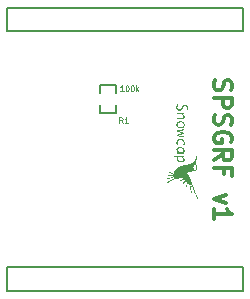
<source format=gto>
G04 (created by PCBNEW (22-Jun-2014 BZR 4027)-stable) date Sun 21 Feb 2016 08:37:06 PM EET*
%MOIN*%
G04 Gerber Fmt 3.4, Leading zero omitted, Abs format*
%FSLAX34Y34*%
G01*
G70*
G90*
G04 APERTURE LIST*
%ADD10C,0.00590551*%
%ADD11C,0.011811*%
%ADD12C,0.005*%
%ADD13C,0.0001*%
%ADD14C,0.0045*%
G04 APERTURE END LIST*
G54D10*
G54D11*
X68804Y-41302D02*
X68776Y-41386D01*
X68776Y-41526D01*
X68804Y-41583D01*
X68832Y-41611D01*
X68889Y-41639D01*
X68945Y-41639D01*
X69001Y-41611D01*
X69029Y-41583D01*
X69057Y-41526D01*
X69086Y-41414D01*
X69114Y-41358D01*
X69142Y-41330D01*
X69198Y-41302D01*
X69254Y-41302D01*
X69311Y-41330D01*
X69339Y-41358D01*
X69367Y-41414D01*
X69367Y-41555D01*
X69339Y-41639D01*
X68776Y-41892D02*
X69367Y-41892D01*
X69367Y-42117D01*
X69339Y-42173D01*
X69311Y-42201D01*
X69254Y-42230D01*
X69170Y-42230D01*
X69114Y-42201D01*
X69086Y-42173D01*
X69057Y-42117D01*
X69057Y-41892D01*
X68804Y-42455D02*
X68776Y-42539D01*
X68776Y-42679D01*
X68804Y-42736D01*
X68832Y-42764D01*
X68889Y-42792D01*
X68945Y-42792D01*
X69001Y-42764D01*
X69029Y-42736D01*
X69057Y-42679D01*
X69086Y-42567D01*
X69114Y-42511D01*
X69142Y-42483D01*
X69198Y-42455D01*
X69254Y-42455D01*
X69311Y-42483D01*
X69339Y-42511D01*
X69367Y-42567D01*
X69367Y-42708D01*
X69339Y-42792D01*
X69339Y-43354D02*
X69367Y-43298D01*
X69367Y-43214D01*
X69339Y-43129D01*
X69282Y-43073D01*
X69226Y-43045D01*
X69114Y-43017D01*
X69029Y-43017D01*
X68917Y-43045D01*
X68861Y-43073D01*
X68804Y-43129D01*
X68776Y-43214D01*
X68776Y-43270D01*
X68804Y-43354D01*
X68832Y-43383D01*
X69029Y-43383D01*
X69029Y-43270D01*
X68776Y-43973D02*
X69057Y-43776D01*
X68776Y-43636D02*
X69367Y-43636D01*
X69367Y-43861D01*
X69339Y-43917D01*
X69311Y-43945D01*
X69254Y-43973D01*
X69170Y-43973D01*
X69114Y-43945D01*
X69086Y-43917D01*
X69057Y-43861D01*
X69057Y-43636D01*
X69086Y-44423D02*
X69086Y-44226D01*
X68776Y-44226D02*
X69367Y-44226D01*
X69367Y-44507D01*
X69170Y-45126D02*
X68776Y-45267D01*
X69170Y-45407D01*
X68776Y-45942D02*
X68776Y-45604D01*
X68776Y-45773D02*
X69367Y-45773D01*
X69282Y-45717D01*
X69226Y-45660D01*
X69198Y-45604D01*
G54D12*
X65511Y-41732D02*
X65511Y-41454D01*
X65511Y-41454D02*
X64961Y-41454D01*
X64961Y-41454D02*
X64961Y-41732D01*
X65511Y-42404D02*
X65511Y-42126D01*
X65511Y-42404D02*
X64961Y-42404D01*
X64961Y-42404D02*
X64961Y-42126D01*
G54D10*
X61862Y-47539D02*
X69736Y-47539D01*
X69736Y-47539D02*
X69736Y-48326D01*
X69736Y-48326D02*
X61862Y-48326D01*
X61862Y-48326D02*
X61862Y-47539D01*
X61862Y-38877D02*
X69736Y-38877D01*
X69736Y-38877D02*
X69736Y-39665D01*
X69736Y-39665D02*
X61862Y-39665D01*
X61862Y-39665D02*
X61862Y-38877D01*
G54D13*
G36*
X67203Y-44732D02*
X67199Y-44731D01*
X67196Y-44728D01*
X67192Y-44724D01*
X67190Y-44719D01*
X67191Y-44715D01*
X67191Y-44712D01*
X67193Y-44709D01*
X67196Y-44706D01*
X67201Y-44702D01*
X67207Y-44697D01*
X67215Y-44691D01*
X67253Y-44665D01*
X67293Y-44641D01*
X67335Y-44618D01*
X67374Y-44599D01*
X67385Y-44595D01*
X67392Y-44591D01*
X67398Y-44589D01*
X67403Y-44588D01*
X67406Y-44588D01*
X67409Y-44588D01*
X67412Y-44589D01*
X67412Y-44589D01*
X67416Y-44592D01*
X67419Y-44597D01*
X67420Y-44602D01*
X67420Y-44605D01*
X67419Y-44608D01*
X67417Y-44611D01*
X67414Y-44614D01*
X67409Y-44617D01*
X67402Y-44620D01*
X67392Y-44625D01*
X67389Y-44626D01*
X67361Y-44639D01*
X67333Y-44653D01*
X67305Y-44669D01*
X67278Y-44685D01*
X67253Y-44702D01*
X67230Y-44718D01*
X67227Y-44720D01*
X67219Y-44726D01*
X67212Y-44730D01*
X67207Y-44732D01*
X67203Y-44732D01*
X67203Y-44732D01*
X67203Y-44732D01*
G37*
G36*
X67217Y-44602D02*
X67211Y-44600D01*
X67207Y-44597D01*
X67204Y-44591D01*
X67203Y-44586D01*
X67205Y-44580D01*
X67206Y-44578D01*
X67209Y-44576D01*
X67213Y-44573D01*
X67215Y-44573D01*
X67218Y-44572D01*
X67223Y-44570D01*
X67231Y-44567D01*
X67241Y-44564D01*
X67252Y-44561D01*
X67264Y-44557D01*
X67278Y-44553D01*
X67291Y-44549D01*
X67305Y-44545D01*
X67319Y-44540D01*
X67332Y-44536D01*
X67345Y-44533D01*
X67356Y-44529D01*
X67365Y-44527D01*
X67373Y-44524D01*
X67378Y-44523D01*
X67381Y-44522D01*
X67385Y-44522D01*
X67388Y-44523D01*
X67394Y-44527D01*
X67397Y-44533D01*
X67397Y-44538D01*
X67396Y-44544D01*
X67391Y-44548D01*
X67388Y-44550D01*
X67385Y-44552D01*
X67379Y-44554D01*
X67371Y-44556D01*
X67361Y-44559D01*
X67349Y-44563D01*
X67336Y-44567D01*
X67323Y-44571D01*
X67309Y-44575D01*
X67295Y-44580D01*
X67281Y-44584D01*
X67267Y-44588D01*
X67255Y-44591D01*
X67243Y-44595D01*
X67234Y-44597D01*
X67226Y-44599D01*
X67220Y-44601D01*
X67217Y-44602D01*
X67217Y-44602D01*
X67217Y-44602D01*
X67217Y-44602D01*
G37*
G36*
X67253Y-44494D02*
X67248Y-44494D01*
X67245Y-44494D01*
X67243Y-44493D01*
X67241Y-44493D01*
X67240Y-44492D01*
X67238Y-44490D01*
X67238Y-44490D01*
X67234Y-44484D01*
X67234Y-44478D01*
X67236Y-44473D01*
X67238Y-44471D01*
X67242Y-44467D01*
X67247Y-44465D01*
X67248Y-44465D01*
X67251Y-44465D01*
X67256Y-44464D01*
X67264Y-44463D01*
X67274Y-44462D01*
X67285Y-44461D01*
X67298Y-44460D01*
X67312Y-44458D01*
X67315Y-44458D01*
X67331Y-44456D01*
X67344Y-44455D01*
X67354Y-44454D01*
X67362Y-44454D01*
X67368Y-44453D01*
X67373Y-44453D01*
X67376Y-44453D01*
X67379Y-44453D01*
X67380Y-44453D01*
X67382Y-44454D01*
X67383Y-44455D01*
X67388Y-44459D01*
X67391Y-44464D01*
X67391Y-44470D01*
X67388Y-44475D01*
X67384Y-44479D01*
X67382Y-44480D01*
X67378Y-44481D01*
X67372Y-44482D01*
X67363Y-44483D01*
X67351Y-44485D01*
X67337Y-44486D01*
X67320Y-44488D01*
X67320Y-44488D01*
X67303Y-44490D01*
X67288Y-44492D01*
X67276Y-44493D01*
X67266Y-44494D01*
X67259Y-44494D01*
X67253Y-44494D01*
X67253Y-44494D01*
X67253Y-44494D01*
G37*
G36*
X67378Y-44412D02*
X67370Y-44412D01*
X67359Y-44411D01*
X67347Y-44410D01*
X67334Y-44408D01*
X67323Y-44406D01*
X67313Y-44403D01*
X67311Y-44403D01*
X67299Y-44399D01*
X67288Y-44395D01*
X67278Y-44391D01*
X67271Y-44387D01*
X67266Y-44383D01*
X67265Y-44381D01*
X67264Y-44375D01*
X67265Y-44369D01*
X67267Y-44365D01*
X67271Y-44361D01*
X67276Y-44359D01*
X67282Y-44360D01*
X67290Y-44363D01*
X67292Y-44364D01*
X67305Y-44369D01*
X67320Y-44374D01*
X67336Y-44377D01*
X67356Y-44380D01*
X67377Y-44382D01*
X67384Y-44383D01*
X67389Y-44384D01*
X67393Y-44385D01*
X67395Y-44386D01*
X67397Y-44388D01*
X67397Y-44388D01*
X67400Y-44394D01*
X67400Y-44400D01*
X67398Y-44406D01*
X67396Y-44408D01*
X67394Y-44410D01*
X67391Y-44411D01*
X67388Y-44412D01*
X67383Y-44412D01*
X67378Y-44412D01*
X67378Y-44412D01*
X67378Y-44412D01*
G37*
G36*
X68225Y-45255D02*
X68220Y-45254D01*
X68215Y-45251D01*
X68214Y-45251D01*
X68213Y-45248D01*
X68211Y-45243D01*
X68207Y-45236D01*
X68204Y-45228D01*
X68200Y-45219D01*
X68199Y-45216D01*
X68196Y-45209D01*
X68192Y-45200D01*
X68187Y-45188D01*
X68181Y-45174D01*
X68175Y-45159D01*
X68169Y-45143D01*
X68161Y-45126D01*
X68154Y-45109D01*
X68147Y-45091D01*
X68146Y-45088D01*
X68132Y-45053D01*
X68117Y-45018D01*
X68102Y-44982D01*
X68088Y-44946D01*
X68074Y-44911D01*
X68060Y-44876D01*
X68047Y-44843D01*
X68034Y-44811D01*
X68023Y-44782D01*
X68022Y-44779D01*
X68017Y-44767D01*
X68013Y-44756D01*
X68009Y-44746D01*
X68006Y-44738D01*
X68004Y-44732D01*
X68002Y-44728D01*
X68002Y-44727D01*
X68001Y-44725D01*
X67999Y-44724D01*
X67995Y-44723D01*
X67989Y-44722D01*
X67982Y-44721D01*
X67975Y-44720D01*
X67969Y-44719D01*
X67964Y-44719D01*
X67963Y-44719D01*
X67963Y-44720D01*
X67964Y-44725D01*
X67966Y-44732D01*
X67968Y-44741D01*
X67970Y-44753D01*
X67973Y-44767D01*
X67976Y-44783D01*
X67980Y-44800D01*
X67984Y-44819D01*
X67989Y-44839D01*
X67993Y-44860D01*
X67996Y-44874D01*
X68001Y-44896D01*
X68005Y-44917D01*
X68010Y-44937D01*
X68014Y-44956D01*
X68017Y-44973D01*
X68021Y-44989D01*
X68023Y-45002D01*
X68026Y-45014D01*
X68028Y-45024D01*
X68029Y-45031D01*
X68030Y-45035D01*
X68030Y-45036D01*
X68029Y-45043D01*
X68025Y-45047D01*
X68020Y-45050D01*
X68016Y-45051D01*
X68010Y-45050D01*
X68005Y-45046D01*
X68003Y-45043D01*
X68002Y-45041D01*
X68001Y-45036D01*
X67999Y-45028D01*
X67997Y-45018D01*
X67994Y-45006D01*
X67991Y-44992D01*
X67987Y-44975D01*
X67983Y-44957D01*
X67979Y-44938D01*
X67975Y-44918D01*
X67970Y-44896D01*
X67965Y-44874D01*
X67930Y-44710D01*
X67914Y-44705D01*
X67906Y-44702D01*
X67900Y-44700D01*
X67896Y-44698D01*
X67894Y-44698D01*
X67893Y-44698D01*
X67893Y-44699D01*
X67893Y-44699D01*
X67893Y-44702D01*
X67892Y-44707D01*
X67891Y-44715D01*
X67890Y-44724D01*
X67888Y-44736D01*
X67887Y-44748D01*
X67885Y-44761D01*
X67883Y-44775D01*
X67881Y-44789D01*
X67879Y-44803D01*
X67877Y-44816D01*
X67876Y-44828D01*
X67874Y-44839D01*
X67873Y-44848D01*
X67872Y-44854D01*
X67871Y-44859D01*
X67870Y-44861D01*
X67867Y-44866D01*
X67861Y-44869D01*
X67855Y-44869D01*
X67848Y-44867D01*
X67844Y-44862D01*
X67842Y-44856D01*
X67842Y-44855D01*
X67843Y-44853D01*
X67843Y-44847D01*
X67844Y-44839D01*
X67845Y-44829D01*
X67847Y-44817D01*
X67849Y-44804D01*
X67850Y-44789D01*
X67853Y-44773D01*
X67853Y-44766D01*
X67856Y-44750D01*
X67857Y-44736D01*
X67859Y-44722D01*
X67861Y-44710D01*
X67862Y-44700D01*
X67863Y-44691D01*
X67863Y-44686D01*
X67863Y-44683D01*
X67863Y-44682D01*
X67862Y-44681D01*
X67858Y-44679D01*
X67852Y-44676D01*
X67845Y-44672D01*
X67841Y-44669D01*
X67820Y-44657D01*
X67789Y-44703D01*
X67782Y-44714D01*
X67775Y-44724D01*
X67769Y-44733D01*
X67763Y-44741D01*
X67759Y-44746D01*
X67756Y-44750D01*
X67754Y-44752D01*
X67748Y-44754D01*
X67742Y-44754D01*
X67737Y-44750D01*
X67737Y-44750D01*
X67734Y-44748D01*
X67733Y-44745D01*
X67732Y-44743D01*
X67732Y-44740D01*
X67733Y-44736D01*
X67735Y-44732D01*
X67738Y-44726D01*
X67743Y-44718D01*
X67749Y-44709D01*
X67756Y-44697D01*
X67763Y-44688D01*
X67770Y-44677D01*
X67776Y-44667D01*
X67782Y-44658D01*
X67787Y-44651D01*
X67791Y-44645D01*
X67793Y-44641D01*
X67793Y-44640D01*
X67792Y-44639D01*
X67789Y-44636D01*
X67785Y-44631D01*
X67783Y-44629D01*
X67778Y-44624D01*
X67773Y-44619D01*
X67767Y-44612D01*
X67763Y-44607D01*
X67759Y-44602D01*
X67758Y-44600D01*
X67757Y-44601D01*
X67753Y-44603D01*
X67747Y-44607D01*
X67740Y-44611D01*
X67731Y-44617D01*
X67721Y-44623D01*
X67712Y-44628D01*
X67699Y-44636D01*
X67688Y-44642D01*
X67679Y-44648D01*
X67672Y-44651D01*
X67666Y-44654D01*
X67662Y-44655D01*
X67659Y-44656D01*
X67656Y-44655D01*
X67654Y-44654D01*
X67652Y-44652D01*
X67651Y-44651D01*
X67647Y-44645D01*
X67647Y-44639D01*
X67649Y-44634D01*
X67652Y-44631D01*
X67654Y-44629D01*
X67659Y-44625D01*
X67666Y-44621D01*
X67674Y-44615D01*
X67684Y-44609D01*
X67695Y-44603D01*
X67699Y-44600D01*
X67709Y-44594D01*
X67719Y-44588D01*
X67727Y-44583D01*
X67734Y-44579D01*
X67739Y-44576D01*
X67741Y-44574D01*
X67741Y-44574D01*
X67741Y-44572D01*
X67739Y-44569D01*
X67735Y-44563D01*
X67731Y-44557D01*
X67729Y-44553D01*
X67716Y-44532D01*
X67707Y-44536D01*
X67672Y-44551D01*
X67635Y-44563D01*
X67597Y-44574D01*
X67578Y-44579D01*
X67559Y-44582D01*
X67540Y-44585D01*
X67520Y-44588D01*
X67500Y-44589D01*
X67482Y-44590D01*
X67466Y-44590D01*
X67450Y-44590D01*
X67442Y-44583D01*
X67437Y-44577D01*
X67432Y-44571D01*
X67429Y-44564D01*
X67426Y-44555D01*
X67423Y-44545D01*
X67418Y-44525D01*
X67415Y-44507D01*
X67414Y-44490D01*
X67413Y-44471D01*
X67415Y-44451D01*
X67415Y-44446D01*
X67416Y-44431D01*
X67418Y-44418D01*
X67420Y-44407D01*
X67422Y-44397D01*
X67425Y-44387D01*
X67429Y-44377D01*
X67433Y-44365D01*
X67435Y-44361D01*
X67446Y-44337D01*
X67459Y-44315D01*
X67464Y-44309D01*
X68111Y-44309D01*
X68117Y-44308D01*
X68129Y-44305D01*
X68139Y-44300D01*
X68145Y-44296D01*
X68151Y-44289D01*
X68156Y-44279D01*
X68160Y-44269D01*
X68163Y-44258D01*
X68165Y-44250D01*
X68165Y-44240D01*
X68166Y-44229D01*
X68166Y-44217D01*
X68166Y-44204D01*
X68165Y-44192D01*
X68164Y-44181D01*
X68163Y-44174D01*
X68161Y-44160D01*
X68158Y-44145D01*
X68154Y-44129D01*
X68149Y-44112D01*
X68144Y-44095D01*
X68139Y-44079D01*
X68134Y-44065D01*
X68133Y-44061D01*
X68127Y-44046D01*
X68126Y-44054D01*
X68124Y-44063D01*
X68123Y-44074D01*
X68122Y-44087D01*
X68120Y-44101D01*
X68119Y-44115D01*
X68118Y-44128D01*
X68117Y-44141D01*
X68116Y-44153D01*
X68115Y-44162D01*
X68115Y-44169D01*
X68115Y-44169D01*
X68115Y-44182D01*
X68111Y-44176D01*
X68106Y-44171D01*
X68101Y-44169D01*
X68095Y-44170D01*
X68094Y-44170D01*
X68089Y-44173D01*
X68086Y-44178D01*
X68082Y-44186D01*
X68081Y-44189D01*
X68080Y-44196D01*
X68079Y-44204D01*
X68080Y-44212D01*
X68081Y-44219D01*
X68083Y-44225D01*
X68083Y-44225D01*
X68088Y-44231D01*
X68093Y-44234D01*
X68099Y-44234D01*
X68104Y-44231D01*
X68106Y-44230D01*
X68107Y-44228D01*
X68108Y-44228D01*
X68108Y-44228D01*
X68108Y-44231D01*
X68107Y-44237D01*
X68106Y-44242D01*
X68105Y-44250D01*
X68104Y-44259D01*
X68103Y-44269D01*
X68103Y-44273D01*
X68102Y-44281D01*
X68102Y-44287D01*
X68103Y-44290D01*
X68104Y-44294D01*
X68105Y-44297D01*
X68106Y-44300D01*
X68111Y-44309D01*
X67464Y-44309D01*
X67474Y-44294D01*
X67491Y-44273D01*
X67504Y-44259D01*
X67522Y-44242D01*
X67538Y-44227D01*
X67555Y-44213D01*
X67573Y-44201D01*
X67591Y-44190D01*
X67611Y-44180D01*
X67633Y-44170D01*
X67654Y-44161D01*
X67666Y-44157D01*
X67676Y-44153D01*
X67687Y-44150D01*
X67698Y-44147D01*
X67710Y-44144D01*
X67724Y-44141D01*
X67739Y-44138D01*
X67756Y-44135D01*
X67776Y-44132D01*
X67785Y-44130D01*
X67816Y-44125D01*
X67844Y-44120D01*
X67870Y-44115D01*
X67894Y-44110D01*
X67916Y-44105D01*
X67936Y-44099D01*
X67955Y-44093D01*
X67974Y-44086D01*
X67992Y-44079D01*
X68010Y-44071D01*
X68024Y-44064D01*
X68031Y-44060D01*
X68039Y-44055D01*
X68049Y-44049D01*
X68058Y-44043D01*
X68068Y-44036D01*
X68078Y-44029D01*
X68086Y-44022D01*
X68094Y-44017D01*
X68099Y-44012D01*
X68102Y-44008D01*
X68102Y-44008D01*
X68112Y-43994D01*
X68122Y-43978D01*
X68132Y-43959D01*
X68142Y-43939D01*
X68151Y-43919D01*
X68160Y-43898D01*
X68168Y-43878D01*
X68174Y-43858D01*
X68175Y-43856D01*
X68180Y-43838D01*
X68184Y-43822D01*
X68188Y-43808D01*
X68190Y-43795D01*
X68193Y-43781D01*
X68194Y-43768D01*
X68196Y-43754D01*
X68196Y-43745D01*
X68197Y-43738D01*
X68197Y-43734D01*
X68198Y-43731D01*
X68199Y-43730D01*
X68200Y-43730D01*
X68202Y-43730D01*
X68203Y-43732D01*
X68204Y-43734D01*
X68204Y-43738D01*
X68205Y-43744D01*
X68205Y-43752D01*
X68204Y-43762D01*
X68204Y-43775D01*
X68204Y-43789D01*
X68202Y-43821D01*
X68200Y-43849D01*
X68197Y-43875D01*
X68194Y-43900D01*
X68190Y-43922D01*
X68186Y-43943D01*
X68180Y-43964D01*
X68174Y-43983D01*
X68166Y-44003D01*
X68163Y-44011D01*
X68160Y-44019D01*
X68157Y-44025D01*
X68155Y-44030D01*
X68155Y-44034D01*
X68155Y-44034D01*
X68156Y-44036D01*
X68158Y-44041D01*
X68160Y-44047D01*
X68161Y-44051D01*
X68166Y-44064D01*
X68171Y-44080D01*
X68176Y-44097D01*
X68181Y-44114D01*
X68185Y-44131D01*
X68189Y-44147D01*
X68192Y-44162D01*
X68193Y-44168D01*
X68195Y-44181D01*
X68196Y-44196D01*
X68196Y-44211D01*
X68197Y-44226D01*
X68196Y-44239D01*
X68195Y-44246D01*
X68192Y-44266D01*
X68187Y-44284D01*
X68180Y-44299D01*
X68171Y-44312D01*
X68161Y-44322D01*
X68149Y-44330D01*
X68143Y-44332D01*
X68138Y-44334D01*
X68133Y-44335D01*
X68126Y-44337D01*
X68118Y-44338D01*
X68109Y-44339D01*
X68098Y-44340D01*
X68084Y-44341D01*
X68068Y-44341D01*
X68050Y-44342D01*
X68046Y-44342D01*
X68024Y-44343D01*
X68004Y-44344D01*
X67987Y-44345D01*
X67972Y-44347D01*
X67959Y-44348D01*
X67948Y-44350D01*
X67939Y-44352D01*
X67931Y-44354D01*
X67924Y-44356D01*
X67918Y-44359D01*
X67918Y-44359D01*
X67915Y-44360D01*
X67913Y-44362D01*
X67910Y-44364D01*
X67907Y-44368D01*
X67904Y-44372D01*
X67898Y-44379D01*
X67894Y-44385D01*
X67881Y-44401D01*
X67888Y-44411D01*
X67896Y-44421D01*
X67905Y-44434D01*
X67914Y-44449D01*
X67924Y-44466D01*
X67935Y-44485D01*
X67945Y-44504D01*
X67955Y-44523D01*
X67964Y-44542D01*
X67973Y-44561D01*
X67978Y-44573D01*
X67984Y-44587D01*
X67990Y-44602D01*
X67997Y-44618D01*
X68003Y-44635D01*
X68009Y-44651D01*
X68015Y-44667D01*
X68020Y-44682D01*
X68024Y-44695D01*
X68027Y-44705D01*
X68027Y-44706D01*
X68030Y-44713D01*
X68033Y-44722D01*
X68037Y-44735D01*
X68043Y-44750D01*
X68050Y-44767D01*
X68057Y-44787D01*
X68066Y-44809D01*
X68075Y-44833D01*
X68086Y-44859D01*
X68097Y-44887D01*
X68109Y-44917D01*
X68121Y-44948D01*
X68135Y-44981D01*
X68149Y-45015D01*
X68163Y-45051D01*
X68178Y-45088D01*
X68194Y-45125D01*
X68210Y-45164D01*
X68224Y-45197D01*
X68229Y-45209D01*
X68233Y-45219D01*
X68236Y-45227D01*
X68238Y-45232D01*
X68239Y-45237D01*
X68240Y-45240D01*
X68240Y-45242D01*
X68240Y-45244D01*
X68239Y-45246D01*
X68239Y-45246D01*
X68236Y-45251D01*
X68231Y-45254D01*
X68225Y-45255D01*
X68225Y-45255D01*
X68225Y-45255D01*
G37*
G36*
X67676Y-44040D02*
X67654Y-44039D01*
X67634Y-44036D01*
X67616Y-44031D01*
X67598Y-44024D01*
X67594Y-44022D01*
X67575Y-44011D01*
X67558Y-43998D01*
X67553Y-43993D01*
X67662Y-43993D01*
X67680Y-43993D01*
X67696Y-43991D01*
X67710Y-43987D01*
X67723Y-43982D01*
X67733Y-43975D01*
X67740Y-43967D01*
X67745Y-43958D01*
X67747Y-43948D01*
X67747Y-43938D01*
X67743Y-43927D01*
X67737Y-43915D01*
X67729Y-43903D01*
X67719Y-43892D01*
X67706Y-43880D01*
X67691Y-43869D01*
X67689Y-43868D01*
X67674Y-43858D01*
X67617Y-43858D01*
X67560Y-43858D01*
X67558Y-43870D01*
X67556Y-43880D01*
X67555Y-43891D01*
X67555Y-43902D01*
X67556Y-43912D01*
X67557Y-43920D01*
X67557Y-43922D01*
X67561Y-43933D01*
X67566Y-43943D01*
X67573Y-43952D01*
X67581Y-43961D01*
X67593Y-43971D01*
X67605Y-43980D01*
X67619Y-43986D01*
X67635Y-43990D01*
X67653Y-43992D01*
X67662Y-43993D01*
X67553Y-43993D01*
X67545Y-43984D01*
X67534Y-43969D01*
X67526Y-43952D01*
X67521Y-43933D01*
X67520Y-43931D01*
X67520Y-43926D01*
X67519Y-43918D01*
X67519Y-43909D01*
X67519Y-43899D01*
X67519Y-43888D01*
X67520Y-43879D01*
X67520Y-43870D01*
X67521Y-43864D01*
X67521Y-43862D01*
X67522Y-43858D01*
X67472Y-43858D01*
X67421Y-43858D01*
X67421Y-43836D01*
X67421Y-43814D01*
X67602Y-43814D01*
X67783Y-43814D01*
X67782Y-43835D01*
X67782Y-43857D01*
X67754Y-43857D01*
X67726Y-43858D01*
X67739Y-43868D01*
X67754Y-43881D01*
X67767Y-43897D01*
X67777Y-43913D01*
X67782Y-43925D01*
X67786Y-43936D01*
X67788Y-43946D01*
X67788Y-43957D01*
X67788Y-43961D01*
X67787Y-43974D01*
X67782Y-43985D01*
X67776Y-43997D01*
X67766Y-44008D01*
X67766Y-44009D01*
X67760Y-44015D01*
X67754Y-44020D01*
X67747Y-44024D01*
X67741Y-44027D01*
X67730Y-44032D01*
X67719Y-44035D01*
X67707Y-44038D01*
X67694Y-44039D01*
X67679Y-44040D01*
X67676Y-44040D01*
X67676Y-44040D01*
X67676Y-44040D01*
G37*
G36*
X67617Y-42324D02*
X67600Y-42324D01*
X67584Y-42320D01*
X67570Y-42315D01*
X67555Y-42307D01*
X67543Y-42295D01*
X67532Y-42282D01*
X67523Y-42267D01*
X67517Y-42249D01*
X67515Y-42240D01*
X67514Y-42232D01*
X67513Y-42221D01*
X67512Y-42210D01*
X67512Y-42198D01*
X67512Y-42186D01*
X67512Y-42176D01*
X67513Y-42169D01*
X67515Y-42155D01*
X67518Y-42140D01*
X67523Y-42125D01*
X67525Y-42119D01*
X67529Y-42106D01*
X67552Y-42105D01*
X67574Y-42105D01*
X67567Y-42119D01*
X67561Y-42135D01*
X67556Y-42153D01*
X67552Y-42170D01*
X67549Y-42186D01*
X67547Y-42201D01*
X67547Y-42205D01*
X67548Y-42217D01*
X67551Y-42229D01*
X67554Y-42241D01*
X67559Y-42251D01*
X67565Y-42259D01*
X67566Y-42260D01*
X67575Y-42268D01*
X67586Y-42274D01*
X67598Y-42277D01*
X67610Y-42278D01*
X67611Y-42278D01*
X67619Y-42276D01*
X67627Y-42274D01*
X67634Y-42270D01*
X67642Y-42265D01*
X67649Y-42257D01*
X67657Y-42248D01*
X67665Y-42237D01*
X67674Y-42224D01*
X67684Y-42207D01*
X67691Y-42195D01*
X67698Y-42182D01*
X67705Y-42172D01*
X67710Y-42163D01*
X67715Y-42156D01*
X67720Y-42149D01*
X67725Y-42144D01*
X67730Y-42138D01*
X67731Y-42138D01*
X67745Y-42126D01*
X67759Y-42117D01*
X67775Y-42112D01*
X67791Y-42109D01*
X67797Y-42109D01*
X67815Y-42110D01*
X67830Y-42114D01*
X67844Y-42120D01*
X67857Y-42129D01*
X67863Y-42135D01*
X67872Y-42146D01*
X67880Y-42156D01*
X67885Y-42169D01*
X67889Y-42182D01*
X67892Y-42199D01*
X67893Y-42207D01*
X67894Y-42220D01*
X67893Y-42234D01*
X67892Y-42248D01*
X67891Y-42263D01*
X67889Y-42276D01*
X67886Y-42288D01*
X67883Y-42296D01*
X67882Y-42300D01*
X67863Y-42300D01*
X67856Y-42300D01*
X67850Y-42300D01*
X67845Y-42300D01*
X67844Y-42300D01*
X67844Y-42298D01*
X67845Y-42294D01*
X67846Y-42288D01*
X67847Y-42285D01*
X67853Y-42265D01*
X67856Y-42243D01*
X67857Y-42232D01*
X67857Y-42214D01*
X67855Y-42199D01*
X67850Y-42186D01*
X67842Y-42174D01*
X67838Y-42170D01*
X67831Y-42163D01*
X67823Y-42159D01*
X67814Y-42157D01*
X67803Y-42156D01*
X67796Y-42156D01*
X67789Y-42157D01*
X67783Y-42159D01*
X67777Y-42162D01*
X67771Y-42166D01*
X67765Y-42172D01*
X67759Y-42179D01*
X67752Y-42189D01*
X67744Y-42200D01*
X67735Y-42214D01*
X67725Y-42230D01*
X67723Y-42235D01*
X67713Y-42250D01*
X67705Y-42263D01*
X67698Y-42273D01*
X67692Y-42282D01*
X67686Y-42289D01*
X67681Y-42295D01*
X67675Y-42300D01*
X67670Y-42305D01*
X67663Y-42309D01*
X67662Y-42310D01*
X67648Y-42317D01*
X67633Y-42322D01*
X67617Y-42324D01*
X67617Y-42324D01*
X67617Y-42324D01*
G37*
G36*
X67641Y-42903D02*
X67626Y-42902D01*
X67613Y-42900D01*
X67601Y-42897D01*
X67589Y-42893D01*
X67571Y-42883D01*
X67555Y-42872D01*
X67542Y-42858D01*
X67541Y-42857D01*
X67654Y-42857D01*
X67673Y-42856D01*
X67690Y-42853D01*
X67706Y-42848D01*
X67720Y-42841D01*
X67730Y-42833D01*
X67740Y-42823D01*
X67746Y-42813D01*
X67751Y-42800D01*
X67752Y-42787D01*
X67752Y-42778D01*
X67752Y-42770D01*
X67751Y-42764D01*
X67750Y-42759D01*
X67747Y-42753D01*
X67747Y-42752D01*
X67739Y-42740D01*
X67729Y-42729D01*
X67717Y-42721D01*
X67701Y-42714D01*
X67693Y-42711D01*
X67688Y-42710D01*
X67683Y-42709D01*
X67678Y-42708D01*
X67672Y-42708D01*
X67664Y-42708D01*
X67654Y-42708D01*
X67652Y-42708D01*
X67639Y-42708D01*
X67629Y-42708D01*
X67620Y-42709D01*
X67612Y-42711D01*
X67605Y-42713D01*
X67597Y-42716D01*
X67591Y-42719D01*
X67578Y-42727D01*
X67567Y-42737D01*
X67559Y-42748D01*
X67554Y-42761D01*
X67551Y-42775D01*
X67551Y-42790D01*
X67552Y-42794D01*
X67556Y-42808D01*
X67562Y-42820D01*
X67571Y-42831D01*
X67583Y-42840D01*
X67596Y-42847D01*
X67613Y-42853D01*
X67631Y-42856D01*
X67635Y-42857D01*
X67654Y-42857D01*
X67541Y-42857D01*
X67531Y-42843D01*
X67523Y-42827D01*
X67517Y-42809D01*
X67515Y-42790D01*
X67515Y-42771D01*
X67518Y-42752D01*
X67524Y-42735D01*
X67532Y-42718D01*
X67543Y-42704D01*
X67556Y-42691D01*
X67572Y-42680D01*
X67590Y-42671D01*
X67609Y-42665D01*
X67614Y-42663D01*
X67620Y-42662D01*
X67625Y-42661D01*
X67632Y-42661D01*
X67639Y-42661D01*
X67650Y-42661D01*
X67651Y-42661D01*
X67662Y-42661D01*
X67670Y-42661D01*
X67677Y-42661D01*
X67683Y-42662D01*
X67688Y-42663D01*
X67693Y-42664D01*
X67711Y-42670D01*
X67729Y-42679D01*
X67745Y-42689D01*
X67759Y-42702D01*
X67770Y-42715D01*
X67772Y-42718D01*
X67779Y-42731D01*
X67784Y-42745D01*
X67787Y-42760D01*
X67789Y-42777D01*
X67788Y-42788D01*
X67787Y-42804D01*
X67785Y-42817D01*
X67781Y-42830D01*
X67775Y-42841D01*
X67773Y-42844D01*
X67765Y-42856D01*
X67754Y-42868D01*
X67741Y-42878D01*
X67727Y-42887D01*
X67713Y-42893D01*
X67704Y-42897D01*
X67696Y-42899D01*
X67688Y-42901D01*
X67680Y-42902D01*
X67670Y-42903D01*
X67658Y-42903D01*
X67657Y-42903D01*
X67641Y-42903D01*
X67641Y-42903D01*
X67641Y-42903D01*
G37*
G36*
X67530Y-43465D02*
X67528Y-43461D01*
X67527Y-43458D01*
X67526Y-43452D01*
X67524Y-43445D01*
X67523Y-43442D01*
X67518Y-43419D01*
X67516Y-43397D01*
X67515Y-43376D01*
X67516Y-43365D01*
X67518Y-43351D01*
X67522Y-43336D01*
X67528Y-43322D01*
X67533Y-43312D01*
X67543Y-43298D01*
X67555Y-43285D01*
X67568Y-43274D01*
X67583Y-43264D01*
X67586Y-43263D01*
X67603Y-43256D01*
X67621Y-43251D01*
X67640Y-43249D01*
X67660Y-43249D01*
X67679Y-43251D01*
X67697Y-43255D01*
X67714Y-43261D01*
X67715Y-43262D01*
X67732Y-43272D01*
X67747Y-43284D01*
X67761Y-43298D01*
X67772Y-43314D01*
X67780Y-43331D01*
X67785Y-43346D01*
X67788Y-43364D01*
X67789Y-43383D01*
X67787Y-43404D01*
X67784Y-43425D01*
X67779Y-43447D01*
X67778Y-43453D01*
X67774Y-43465D01*
X67754Y-43465D01*
X67745Y-43465D01*
X67740Y-43465D01*
X67736Y-43464D01*
X67734Y-43464D01*
X67734Y-43463D01*
X67734Y-43462D01*
X67735Y-43460D01*
X67737Y-43455D01*
X67739Y-43448D01*
X67741Y-43442D01*
X67744Y-43433D01*
X67747Y-43425D01*
X67749Y-43417D01*
X67750Y-43412D01*
X67752Y-43402D01*
X67752Y-43391D01*
X67752Y-43379D01*
X67752Y-43369D01*
X67750Y-43360D01*
X67750Y-43360D01*
X67745Y-43345D01*
X67737Y-43332D01*
X67726Y-43321D01*
X67713Y-43311D01*
X67699Y-43304D01*
X67683Y-43299D01*
X67665Y-43296D01*
X67654Y-43296D01*
X67640Y-43296D01*
X67628Y-43298D01*
X67616Y-43301D01*
X67605Y-43306D01*
X67590Y-43315D01*
X67578Y-43324D01*
X67568Y-43335D01*
X67561Y-43348D01*
X67559Y-43353D01*
X67558Y-43359D01*
X67556Y-43368D01*
X67556Y-43378D01*
X67555Y-43389D01*
X67555Y-43399D01*
X67556Y-43409D01*
X67556Y-43413D01*
X67558Y-43419D01*
X67559Y-43426D01*
X67562Y-43434D01*
X67564Y-43443D01*
X67567Y-43452D01*
X67569Y-43458D01*
X67570Y-43462D01*
X67570Y-43463D01*
X67569Y-43464D01*
X67567Y-43465D01*
X67562Y-43465D01*
X67555Y-43465D01*
X67550Y-43465D01*
X67530Y-43465D01*
X67530Y-43465D01*
X67530Y-43465D01*
G37*
G36*
X67524Y-43755D02*
X67523Y-43754D01*
X67522Y-43752D01*
X67522Y-43748D01*
X67522Y-43742D01*
X67522Y-43733D01*
X67522Y-43733D01*
X67522Y-43710D01*
X67538Y-43707D01*
X67547Y-43706D01*
X67556Y-43705D01*
X67564Y-43704D01*
X67566Y-43704D01*
X67572Y-43703D01*
X67577Y-43703D01*
X67579Y-43702D01*
X67579Y-43702D01*
X67579Y-43702D01*
X67630Y-43702D01*
X67686Y-43701D01*
X67744Y-43701D01*
X67746Y-43692D01*
X67747Y-43687D01*
X67748Y-43679D01*
X67748Y-43671D01*
X67749Y-43667D01*
X67749Y-43650D01*
X67746Y-43636D01*
X67742Y-43623D01*
X67734Y-43610D01*
X67724Y-43598D01*
X67723Y-43597D01*
X67711Y-43588D01*
X67699Y-43580D01*
X67686Y-43574D01*
X67672Y-43570D01*
X67663Y-43568D01*
X67651Y-43567D01*
X67639Y-43567D01*
X67627Y-43566D01*
X67615Y-43567D01*
X67606Y-43568D01*
X67601Y-43569D01*
X67587Y-43574D01*
X67575Y-43581D01*
X67566Y-43590D01*
X67561Y-43596D01*
X67557Y-43606D01*
X67557Y-43617D01*
X67559Y-43628D01*
X67560Y-43632D01*
X67563Y-43639D01*
X67567Y-43645D01*
X67569Y-43648D01*
X67575Y-43656D01*
X67583Y-43665D01*
X67593Y-43674D01*
X67603Y-43683D01*
X67612Y-43690D01*
X67615Y-43692D01*
X67630Y-43702D01*
X67579Y-43702D01*
X67577Y-43701D01*
X67574Y-43698D01*
X67571Y-43696D01*
X67563Y-43690D01*
X67554Y-43682D01*
X67546Y-43673D01*
X67538Y-43664D01*
X67535Y-43660D01*
X67526Y-43644D01*
X67519Y-43628D01*
X67516Y-43613D01*
X67515Y-43597D01*
X67516Y-43593D01*
X67519Y-43580D01*
X67525Y-43568D01*
X67533Y-43556D01*
X67543Y-43545D01*
X67555Y-43536D01*
X67566Y-43530D01*
X67572Y-43528D01*
X67579Y-43525D01*
X67587Y-43523D01*
X67588Y-43523D01*
X67610Y-43520D01*
X67632Y-43519D01*
X67653Y-43521D01*
X67674Y-43525D01*
X67694Y-43531D01*
X67713Y-43539D01*
X67731Y-43549D01*
X67746Y-43561D01*
X67759Y-43575D01*
X67761Y-43577D01*
X67768Y-43588D01*
X67774Y-43598D01*
X67779Y-43609D01*
X67781Y-43617D01*
X67782Y-43622D01*
X67783Y-43627D01*
X67784Y-43634D01*
X67784Y-43641D01*
X67785Y-43650D01*
X67785Y-43661D01*
X67784Y-43673D01*
X67784Y-43689D01*
X67783Y-43707D01*
X67783Y-43710D01*
X67782Y-43746D01*
X67680Y-43746D01*
X67656Y-43746D01*
X67636Y-43746D01*
X67617Y-43746D01*
X67602Y-43746D01*
X67588Y-43747D01*
X67576Y-43747D01*
X67566Y-43748D01*
X67557Y-43748D01*
X67550Y-43749D01*
X67543Y-43750D01*
X67537Y-43751D01*
X67531Y-43753D01*
X67526Y-43754D01*
X67525Y-43755D01*
X67524Y-43755D01*
X67524Y-43755D01*
X67524Y-43755D01*
G37*
G36*
X67522Y-42606D02*
X67522Y-42585D01*
X67522Y-42564D01*
X67615Y-42563D01*
X67638Y-42563D01*
X67658Y-42563D01*
X67675Y-42562D01*
X67689Y-42562D01*
X67701Y-42562D01*
X67709Y-42561D01*
X67715Y-42561D01*
X67717Y-42560D01*
X67728Y-42557D01*
X67736Y-42551D01*
X67743Y-42543D01*
X67748Y-42534D01*
X67749Y-42527D01*
X67749Y-42517D01*
X67745Y-42506D01*
X67740Y-42494D01*
X67732Y-42482D01*
X67722Y-42470D01*
X67711Y-42459D01*
X67698Y-42448D01*
X67684Y-42439D01*
X67683Y-42438D01*
X67673Y-42433D01*
X67598Y-42433D01*
X67522Y-42433D01*
X67522Y-42411D01*
X67522Y-42390D01*
X67652Y-42390D01*
X67782Y-42390D01*
X67782Y-42411D01*
X67782Y-42433D01*
X67754Y-42433D01*
X67727Y-42433D01*
X67732Y-42437D01*
X67741Y-42444D01*
X67747Y-42449D01*
X67753Y-42454D01*
X67757Y-42459D01*
X67762Y-42464D01*
X67762Y-42465D01*
X67773Y-42479D01*
X67781Y-42495D01*
X67786Y-42510D01*
X67789Y-42526D01*
X67788Y-42541D01*
X67785Y-42555D01*
X67778Y-42569D01*
X67776Y-42572D01*
X67770Y-42582D01*
X67762Y-42589D01*
X67753Y-42595D01*
X67742Y-42599D01*
X67730Y-42602D01*
X67714Y-42604D01*
X67712Y-42604D01*
X67707Y-42605D01*
X67699Y-42605D01*
X67689Y-42605D01*
X67677Y-42606D01*
X67663Y-42606D01*
X67648Y-42606D01*
X67632Y-42606D01*
X67615Y-42606D01*
X67608Y-42606D01*
X67522Y-42606D01*
X67522Y-42606D01*
X67522Y-42606D01*
G37*
G36*
X67781Y-43205D02*
X67780Y-43205D01*
X67775Y-43204D01*
X67768Y-43203D01*
X67758Y-43201D01*
X67746Y-43199D01*
X67733Y-43197D01*
X67717Y-43195D01*
X67700Y-43192D01*
X67681Y-43189D01*
X67662Y-43186D01*
X67651Y-43184D01*
X67522Y-43163D01*
X67522Y-43143D01*
X67523Y-43123D01*
X67606Y-43098D01*
X67623Y-43093D01*
X67638Y-43088D01*
X67653Y-43084D01*
X67668Y-43080D01*
X67680Y-43076D01*
X67691Y-43073D01*
X67700Y-43071D01*
X67706Y-43069D01*
X67707Y-43069D01*
X67714Y-43068D01*
X67721Y-43066D01*
X67724Y-43065D01*
X67726Y-43065D01*
X67724Y-43064D01*
X67720Y-43063D01*
X67714Y-43062D01*
X67707Y-43060D01*
X67703Y-43059D01*
X67695Y-43057D01*
X67685Y-43055D01*
X67673Y-43052D01*
X67659Y-43049D01*
X67645Y-43045D01*
X67629Y-43041D01*
X67613Y-43037D01*
X67606Y-43035D01*
X67522Y-43014D01*
X67522Y-42993D01*
X67522Y-42984D01*
X67522Y-42978D01*
X67522Y-42975D01*
X67523Y-42972D01*
X67524Y-42971D01*
X67525Y-42971D01*
X67525Y-42971D01*
X67528Y-42971D01*
X67533Y-42970D01*
X67540Y-42968D01*
X67550Y-42967D01*
X67562Y-42965D01*
X67576Y-42963D01*
X67592Y-42960D01*
X67609Y-42957D01*
X67627Y-42954D01*
X67646Y-42951D01*
X67651Y-42950D01*
X67670Y-42947D01*
X67689Y-42944D01*
X67706Y-42941D01*
X67723Y-42939D01*
X67737Y-42936D01*
X67750Y-42934D01*
X67761Y-42933D01*
X67769Y-42931D01*
X67775Y-42930D01*
X67778Y-42930D01*
X67778Y-42930D01*
X67782Y-42929D01*
X67782Y-42949D01*
X67782Y-42958D01*
X67782Y-42964D01*
X67781Y-42968D01*
X67781Y-42969D01*
X67780Y-42969D01*
X67779Y-42970D01*
X67774Y-42970D01*
X67767Y-42972D01*
X67757Y-42973D01*
X67746Y-42975D01*
X67733Y-42977D01*
X67719Y-42979D01*
X67703Y-42982D01*
X67702Y-42982D01*
X67678Y-42986D01*
X67656Y-42989D01*
X67638Y-42992D01*
X67623Y-42994D01*
X67611Y-42996D01*
X67602Y-42998D01*
X67595Y-42999D01*
X67591Y-43000D01*
X67590Y-43000D01*
X67591Y-43001D01*
X67595Y-43002D01*
X67601Y-43003D01*
X67606Y-43004D01*
X67611Y-43005D01*
X67618Y-43006D01*
X67628Y-43009D01*
X67639Y-43011D01*
X67653Y-43015D01*
X67667Y-43018D01*
X67682Y-43022D01*
X67698Y-43026D01*
X67702Y-43027D01*
X67782Y-43048D01*
X67782Y-43068D01*
X67782Y-43087D01*
X67705Y-43110D01*
X67689Y-43114D01*
X67674Y-43119D01*
X67659Y-43123D01*
X67645Y-43127D01*
X67633Y-43130D01*
X67622Y-43133D01*
X67614Y-43135D01*
X67609Y-43137D01*
X67609Y-43137D01*
X67600Y-43139D01*
X67595Y-43140D01*
X67592Y-43141D01*
X67592Y-43142D01*
X67593Y-43142D01*
X67595Y-43143D01*
X67601Y-43144D01*
X67608Y-43145D01*
X67617Y-43146D01*
X67627Y-43148D01*
X67634Y-43149D01*
X67645Y-43151D01*
X67658Y-43153D01*
X67673Y-43155D01*
X67689Y-43158D01*
X67705Y-43160D01*
X67721Y-43162D01*
X67726Y-43163D01*
X67738Y-43165D01*
X67750Y-43167D01*
X67760Y-43169D01*
X67769Y-43170D01*
X67776Y-43171D01*
X67780Y-43172D01*
X67781Y-43172D01*
X67782Y-43173D01*
X67782Y-43177D01*
X67782Y-43182D01*
X67782Y-43188D01*
X67782Y-43195D01*
X67782Y-43200D01*
X67782Y-43204D01*
X67781Y-43205D01*
X67781Y-43205D01*
X67781Y-43205D01*
G37*
G54D14*
X65718Y-42737D02*
X65658Y-42643D01*
X65615Y-42737D02*
X65615Y-42540D01*
X65683Y-42540D01*
X65700Y-42549D01*
X65709Y-42558D01*
X65718Y-42577D01*
X65718Y-42605D01*
X65709Y-42624D01*
X65700Y-42634D01*
X65683Y-42643D01*
X65615Y-42643D01*
X65889Y-42737D02*
X65786Y-42737D01*
X65838Y-42737D02*
X65838Y-42540D01*
X65820Y-42568D01*
X65803Y-42587D01*
X65786Y-42596D01*
X65752Y-41675D02*
X65649Y-41675D01*
X65700Y-41675D02*
X65700Y-41475D01*
X65683Y-41504D01*
X65666Y-41523D01*
X65649Y-41532D01*
X65863Y-41475D02*
X65880Y-41475D01*
X65897Y-41484D01*
X65906Y-41494D01*
X65914Y-41513D01*
X65923Y-41551D01*
X65923Y-41599D01*
X65914Y-41637D01*
X65906Y-41656D01*
X65897Y-41665D01*
X65880Y-41675D01*
X65863Y-41675D01*
X65846Y-41665D01*
X65837Y-41656D01*
X65829Y-41637D01*
X65820Y-41599D01*
X65820Y-41551D01*
X65829Y-41513D01*
X65837Y-41494D01*
X65846Y-41484D01*
X65863Y-41475D01*
X66034Y-41475D02*
X66052Y-41475D01*
X66069Y-41484D01*
X66077Y-41494D01*
X66086Y-41513D01*
X66094Y-41551D01*
X66094Y-41599D01*
X66086Y-41637D01*
X66077Y-41656D01*
X66069Y-41665D01*
X66052Y-41675D01*
X66034Y-41675D01*
X66017Y-41665D01*
X66009Y-41656D01*
X66000Y-41637D01*
X65992Y-41599D01*
X65992Y-41551D01*
X66000Y-41513D01*
X66009Y-41494D01*
X66017Y-41484D01*
X66034Y-41475D01*
X66172Y-41675D02*
X66172Y-41475D01*
X66189Y-41599D02*
X66240Y-41675D01*
X66240Y-41542D02*
X66172Y-41618D01*
M02*

</source>
